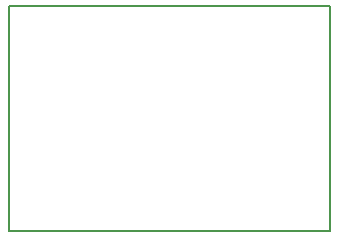
<source format=gbr>
G04 #@! TF.FileFunction,Profile,NP*
%FSLAX46Y46*%
G04 Gerber Fmt 4.6, Leading zero omitted, Abs format (unit mm)*
G04 Created by KiCad (PCBNEW 4.0.0-1rc2.201511201506+6189~38~ubuntu15.10.1-stable) date lun 30 nov 2015 17:23:25 ART*
%MOMM*%
G01*
G04 APERTURE LIST*
%ADD10C,0.100000*%
%ADD11C,0.150000*%
G04 APERTURE END LIST*
D10*
D11*
X158369000Y-108712000D02*
X161417000Y-108712000D01*
X161417000Y-89662000D02*
X161417000Y-108712000D01*
X134239000Y-89662000D02*
X161417000Y-89662000D01*
X134239000Y-108712000D02*
X134239000Y-89662000D01*
X158369000Y-108712000D02*
X134239000Y-108712000D01*
M02*

</source>
